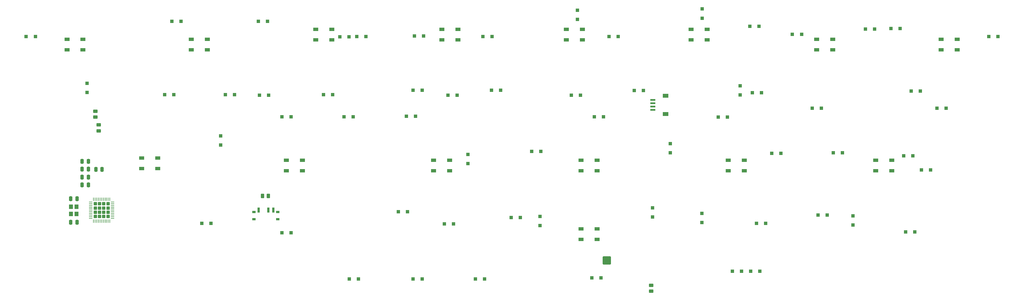
<source format=gbr>
%TF.GenerationSoftware,KiCad,Pcbnew,(6.0.7-1)-1*%
%TF.CreationDate,2022-10-07T20:49:55+02:00*%
%TF.ProjectId,hedgehog-lite,68656467-6568-46f6-972d-6c6974652e6b,rev?*%
%TF.SameCoordinates,Original*%
%TF.FileFunction,Paste,Top*%
%TF.FilePolarity,Positive*%
%FSLAX46Y46*%
G04 Gerber Fmt 4.6, Leading zero omitted, Abs format (unit mm)*
G04 Created by KiCad (PCBNEW (6.0.7-1)-1) date 2022-10-07 20:49:55*
%MOMM*%
%LPD*%
G01*
G04 APERTURE LIST*
G04 Aperture macros list*
%AMRoundRect*
0 Rectangle with rounded corners*
0 $1 Rounding radius*
0 $2 $3 $4 $5 $6 $7 $8 $9 X,Y pos of 4 corners*
0 Add a 4 corners polygon primitive as box body*
4,1,4,$2,$3,$4,$5,$6,$7,$8,$9,$2,$3,0*
0 Add four circle primitives for the rounded corners*
1,1,$1+$1,$2,$3*
1,1,$1+$1,$4,$5*
1,1,$1+$1,$6,$7*
1,1,$1+$1,$8,$9*
0 Add four rect primitives between the rounded corners*
20,1,$1+$1,$2,$3,$4,$5,0*
20,1,$1+$1,$4,$5,$6,$7,0*
20,1,$1+$1,$6,$7,$8,$9,0*
20,1,$1+$1,$8,$9,$2,$3,0*%
G04 Aperture macros list end*
%ADD10R,1.100000X1.100000*%
%ADD11R,1.500000X1.000000*%
%ADD12RoundRect,0.250000X-0.250000X-0.475000X0.250000X-0.475000X0.250000X0.475000X-0.250000X0.475000X0*%
%ADD13R,1.550000X0.600000*%
%ADD14R,1.800000X1.200000*%
%ADD15RoundRect,0.250000X0.450000X-0.262500X0.450000X0.262500X-0.450000X0.262500X-0.450000X-0.262500X0*%
%ADD16RoundRect,0.254000X-1.016000X-1.016000X1.016000X-1.016000X1.016000X1.016000X-1.016000X1.016000X0*%
%ADD17RoundRect,0.250000X-0.262500X-0.450000X0.262500X-0.450000X0.262500X0.450000X-0.262500X0.450000X0*%
%ADD18RoundRect,0.250000X0.250000X0.475000X-0.250000X0.475000X-0.250000X-0.475000X0.250000X-0.475000X0*%
%ADD19RoundRect,0.250000X-0.275000X0.275000X-0.275000X-0.275000X0.275000X-0.275000X0.275000X0.275000X0*%
%ADD20RoundRect,0.062500X-0.062500X0.475000X-0.062500X-0.475000X0.062500X-0.475000X0.062500X0.475000X0*%
%ADD21RoundRect,0.062500X-0.475000X0.062500X-0.475000X-0.062500X0.475000X-0.062500X0.475000X0.062500X0*%
%ADD22R,1.000000X0.800000*%
%ADD23R,0.700000X1.500000*%
%ADD24R,1.200000X1.400000*%
G04 APERTURE END LIST*
D10*
%TO.C,D5*%
X-196750000Y-14562500D03*
X-199550000Y-14562500D03*
%TD*%
%TO.C,D88*%
X-297750000Y-14562500D03*
X-300550000Y-14562500D03*
%TD*%
%TO.C,D11*%
X-57686000Y-36514500D03*
X-60486000Y-36514500D03*
%TD*%
%TO.C,D31*%
X-58682600Y-69217000D03*
X-55882600Y-69217000D03*
%TD*%
%TO.C,D60*%
X-27460000Y-31244000D03*
X-30260000Y-31244000D03*
%TD*%
%TO.C,D41*%
X-76485000Y-86385000D03*
X-79285000Y-86385000D03*
%TD*%
%TO.C,D3*%
X-119750000Y-14562500D03*
X-122550000Y-14562500D03*
%TD*%
%TO.C,D2*%
X-79536000Y-11457400D03*
X-76736000Y-11457400D03*
%TD*%
D11*
%TO.C,DL14*%
X-245200000Y-15462500D03*
X-245200000Y-18662500D03*
X-250100000Y-18662500D03*
X-250100000Y-15462500D03*
%TD*%
%TO.C,DL1*%
X-265269400Y-54967400D03*
X-265269400Y-51767400D03*
X-260369400Y-51767400D03*
X-260369400Y-54967400D03*
%TD*%
D10*
%TO.C,D53*%
X-149600000Y-70000000D03*
X-152400000Y-70000000D03*
%TD*%
%TO.C,D44*%
X-160559000Y-88798000D03*
X-163359000Y-88798000D03*
%TD*%
%TO.C,D54*%
X-186854000Y-68224000D03*
X-184054000Y-68224000D03*
%TD*%
%TO.C,D16*%
X-226469000Y-32514000D03*
X-229269000Y-32514000D03*
%TD*%
%TO.C,D14*%
X-168938000Y-32514000D03*
X-171738000Y-32514000D03*
%TD*%
%TO.C,D20*%
X-24285000Y-55437500D03*
X-27085000Y-55437500D03*
%TD*%
%TO.C,D30*%
X-29111000Y-74360500D03*
X-31911000Y-74360500D03*
%TD*%
D12*
%TO.C,C3*%
X-281550000Y-57587000D03*
X-283450000Y-57587000D03*
%TD*%
D10*
%TO.C,D4*%
X-158250000Y-14562500D03*
X-161050000Y-14562500D03*
%TD*%
D11*
%TO.C,DL3*%
X-176100000Y-55662500D03*
X-176100000Y-52462500D03*
X-171200000Y-52462500D03*
X-171200000Y-55662500D03*
%TD*%
D10*
%TO.C,D81*%
X-63731200Y-13895800D03*
X-66531200Y-13895800D03*
%TD*%
%TO.C,D10*%
X-19586000Y-36514500D03*
X-22386000Y-36514500D03*
%TD*%
%TO.C,D50*%
X-29750000Y-51062500D03*
X-32550000Y-51062500D03*
%TD*%
%TO.C,D35*%
X-219611000Y-74614500D03*
X-222411000Y-74614500D03*
%TD*%
%TO.C,D38*%
X-282000000Y-28900000D03*
X-282000000Y-31700000D03*
%TD*%
%TO.C,D40*%
X-48040000Y-69491000D03*
X-48040000Y-72291000D03*
%TD*%
%TO.C,D6*%
X-204732600Y-14657800D03*
X-201932600Y-14657800D03*
%TD*%
D13*
%TO.C,J1*%
X-109125000Y-34000000D03*
X-109125000Y-35000000D03*
X-109125000Y-36000000D03*
X-109125000Y-37000000D03*
D14*
X-105250000Y-38300000D03*
X-105250000Y-32700000D03*
%TD*%
D15*
%TO.C,R4*%
X-278415000Y-41634500D03*
X-278415000Y-43459500D03*
%TD*%
D10*
%TO.C,D25*%
X-200691000Y-39141000D03*
X-203491000Y-39141000D03*
%TD*%
%TO.C,D82*%
X-94061800Y-6171200D03*
X-94061800Y-8971200D03*
%TD*%
%TO.C,D8*%
X-256066000Y-9933400D03*
X-253266000Y-9933400D03*
%TD*%
D11*
%TO.C,DL15*%
X-283200000Y-15462500D03*
X-283200000Y-18662500D03*
X-288100000Y-18662500D03*
X-288100000Y-15462500D03*
%TD*%
D10*
%TO.C,D18*%
X-258225000Y-32387000D03*
X-255425000Y-32387000D03*
%TD*%
%TO.C,D34*%
X-170058600Y-71909400D03*
X-172858600Y-71909400D03*
%TD*%
D11*
%TO.C,DL12*%
X-168700000Y-12400000D03*
X-168700000Y-15600000D03*
X-173600000Y-15600000D03*
X-173600000Y-12400000D03*
%TD*%
%TO.C,DL2*%
X-221100000Y-55662500D03*
X-221100000Y-52462500D03*
X-216200000Y-52462500D03*
X-216200000Y-55662500D03*
%TD*%
D16*
%TO.C,K43*%
X-123252750Y-83060000D03*
%TD*%
D12*
%TO.C,C4*%
X-281550000Y-60000000D03*
X-283450000Y-60000000D03*
%TD*%
D10*
%TO.C,D83*%
X-132212600Y-6552200D03*
X-132212600Y-9352200D03*
%TD*%
%TO.C,D0*%
X-3750000Y-14562500D03*
X-6550000Y-14562500D03*
%TD*%
D11*
%TO.C,DL8*%
X-16200000Y-15462500D03*
X-16200000Y-18662500D03*
X-21100000Y-18662500D03*
X-21100000Y-15462500D03*
%TD*%
D10*
%TO.C,D17*%
X-236883000Y-32387000D03*
X-239683000Y-32387000D03*
%TD*%
D11*
%TO.C,DL13*%
X-207200000Y-12400000D03*
X-207200000Y-15600000D03*
X-212100000Y-15600000D03*
X-212100000Y-12400000D03*
%TD*%
D10*
%TO.C,D7*%
X-226853000Y-9931000D03*
X-229653000Y-9931000D03*
%TD*%
%TO.C,D84*%
X-181948800Y-14429200D03*
X-179148800Y-14429200D03*
%TD*%
D17*
%TO.C,R2*%
X-226578500Y-63398000D03*
X-228403500Y-63398000D03*
%TD*%
D10*
%TO.C,D15*%
X-206911000Y-32387000D03*
X-209711000Y-32387000D03*
%TD*%
%TO.C,D73*%
X-155600000Y-31000000D03*
X-158400000Y-31000000D03*
%TD*%
%TO.C,D26*%
X-219614000Y-39141000D03*
X-222414000Y-39141000D03*
%TD*%
%TO.C,D21*%
X-54009000Y-50167000D03*
X-51209000Y-50167000D03*
%TD*%
%TO.C,D63*%
X-146160200Y-49760600D03*
X-143360200Y-49760600D03*
%TD*%
D11*
%TO.C,DL7*%
X-41100000Y-55662500D03*
X-41100000Y-52462500D03*
X-36200000Y-52462500D03*
X-36200000Y-55662500D03*
%TD*%
D10*
%TO.C,D27*%
X-241127800Y-45007800D03*
X-241127800Y-47807800D03*
%TD*%
%TO.C,D72*%
X-112042000Y-31117000D03*
X-114842000Y-31117000D03*
%TD*%
%TO.C,D51*%
X-74707000Y-71780000D03*
X-77507000Y-71780000D03*
%TD*%
%TO.C,D1*%
X-41404600Y-12295600D03*
X-44204600Y-12295600D03*
%TD*%
D18*
%TO.C,C5*%
X-286950000Y-64200000D03*
X-285050000Y-64200000D03*
%TD*%
D11*
%TO.C,DL6*%
X-86100000Y-55662500D03*
X-86100000Y-52462500D03*
X-81200000Y-52462500D03*
X-81200000Y-55662500D03*
%TD*%
D10*
%TO.C,D22*%
X-89188000Y-39268000D03*
X-86388000Y-39268000D03*
%TD*%
%TO.C,D24*%
X-165650000Y-50662500D03*
X-165650000Y-53462500D03*
%TD*%
%TO.C,D33*%
X-143650000Y-69662500D03*
X-143650000Y-72462500D03*
%TD*%
D19*
%TO.C,U1*%
X-276850000Y-68366000D03*
X-278150000Y-65766000D03*
X-279450000Y-69666000D03*
X-278150000Y-69666000D03*
X-279450000Y-67066000D03*
X-275550000Y-68366000D03*
X-275550000Y-67066000D03*
X-279450000Y-65766000D03*
X-275550000Y-65766000D03*
X-275550000Y-69666000D03*
X-276850000Y-67066000D03*
X-276850000Y-65766000D03*
X-279450000Y-68366000D03*
X-278150000Y-67066000D03*
X-278150000Y-68366000D03*
X-276850000Y-69666000D03*
D20*
X-275000000Y-64378500D03*
X-275500000Y-64378500D03*
X-276000000Y-64378500D03*
X-276500000Y-64378500D03*
X-277000000Y-64378500D03*
X-277500000Y-64378500D03*
X-278000000Y-64378500D03*
X-278500000Y-64378500D03*
X-279000000Y-64378500D03*
X-279500000Y-64378500D03*
X-280000000Y-64378500D03*
D21*
X-280837500Y-65216000D03*
X-280837500Y-65716000D03*
X-280837500Y-66216000D03*
X-280837500Y-66716000D03*
X-280837500Y-67216000D03*
X-280837500Y-67716000D03*
X-280837500Y-68216000D03*
X-280837500Y-68716000D03*
X-280837500Y-69216000D03*
X-280837500Y-69716000D03*
X-280837500Y-70216000D03*
D20*
X-280000000Y-71053500D03*
X-279500000Y-71053500D03*
X-279000000Y-71053500D03*
X-278500000Y-71053500D03*
X-278000000Y-71053500D03*
X-277500000Y-71053500D03*
X-277000000Y-71053500D03*
X-276500000Y-71053500D03*
X-276000000Y-71053500D03*
X-275500000Y-71053500D03*
X-275000000Y-71053500D03*
D21*
X-274162500Y-70216000D03*
X-274162500Y-69716000D03*
X-274162500Y-69216000D03*
X-274162500Y-68716000D03*
X-274162500Y-68216000D03*
X-274162500Y-67716000D03*
X-274162500Y-67216000D03*
X-274162500Y-66716000D03*
X-274162500Y-66216000D03*
X-274162500Y-65716000D03*
X-274162500Y-65216000D03*
%TD*%
D11*
%TO.C,DL9*%
X-54200000Y-15462500D03*
X-54200000Y-18662500D03*
X-59100000Y-18662500D03*
X-59100000Y-15462500D03*
%TD*%
D12*
%TO.C,C2*%
X-281550000Y-55174000D03*
X-283450000Y-55174000D03*
%TD*%
D10*
%TO.C,D43*%
X-127799000Y-88417000D03*
X-124999000Y-88417000D03*
%TD*%
%TO.C,D13*%
X-131219000Y-32514000D03*
X-134019000Y-32514000D03*
%TD*%
D11*
%TO.C,DL4*%
X-131100000Y-76662500D03*
X-131100000Y-73462500D03*
X-126200000Y-73462500D03*
X-126200000Y-76662500D03*
%TD*%
D10*
%TO.C,D42*%
X-84873000Y-86385000D03*
X-82073000Y-86385000D03*
%TD*%
D18*
%TO.C,C7*%
X-279266400Y-55219200D03*
X-277366400Y-55219200D03*
%TD*%
D15*
%TO.C,R1*%
X-109635000Y-90679500D03*
X-109635000Y-92504500D03*
%TD*%
D10*
%TO.C,D46*%
X-201840000Y-88798000D03*
X-199040000Y-88798000D03*
%TD*%
D11*
%TO.C,DL11*%
X-130700000Y-12400000D03*
X-130700000Y-15600000D03*
X-135600000Y-15600000D03*
X-135600000Y-12400000D03*
%TD*%
%TO.C,DL5*%
X-131100000Y-55662500D03*
X-131100000Y-52462500D03*
X-126200000Y-52462500D03*
X-126200000Y-55662500D03*
%TD*%
D22*
%TO.C,SW2*%
X-223687000Y-70507500D03*
X-223687000Y-68307500D03*
X-230987000Y-70507500D03*
X-230987000Y-68307500D03*
D23*
X-225087000Y-67657500D03*
X-226587000Y-67657500D03*
X-229587000Y-67657500D03*
%TD*%
D11*
%TO.C,DL10*%
X-92550000Y-12400000D03*
X-92550000Y-15600000D03*
X-97450000Y-15600000D03*
X-97450000Y-12400000D03*
%TD*%
D10*
%TO.C,D74*%
X-182406000Y-30990000D03*
X-179606000Y-30990000D03*
%TD*%
%TO.C,D23*%
X-127037000Y-39141000D03*
X-124237000Y-39141000D03*
%TD*%
%TO.C,D64*%
X-184441000Y-39014000D03*
X-181641000Y-39014000D03*
%TD*%
D15*
%TO.C,R3*%
X-279431000Y-37443500D03*
X-279431000Y-39268500D03*
%TD*%
D10*
%TO.C,D71*%
X-75974000Y-31752000D03*
X-78774000Y-31752000D03*
%TD*%
%TO.C,D61*%
X-72808000Y-50294000D03*
X-70008000Y-50294000D03*
%TD*%
%TO.C,D45*%
X-179609000Y-88798000D03*
X-182409000Y-88798000D03*
%TD*%
D24*
%TO.C,Y1*%
X-286850000Y-68898000D03*
X-286850000Y-66698000D03*
X-285150000Y-66698000D03*
X-285150000Y-68898000D03*
%TD*%
D10*
%TO.C,D70*%
X-33657600Y-12168600D03*
X-36457600Y-12168600D03*
%TD*%
%TO.C,D52*%
X-109251000Y-66991500D03*
X-109251000Y-69791500D03*
%TD*%
%TO.C,D62*%
X-103793000Y-47393000D03*
X-103793000Y-50193000D03*
%TD*%
%TO.C,D36*%
X-244125000Y-71780000D03*
X-246925000Y-71780000D03*
%TD*%
%TO.C,D12*%
X-82500000Y-29700000D03*
X-82500000Y-32500000D03*
%TD*%
D12*
%TO.C,C1*%
X-281550000Y-52761000D03*
X-283450000Y-52761000D03*
%TD*%
D10*
%TO.C,D32*%
X-94141000Y-68729000D03*
X-94141000Y-71529000D03*
%TD*%
D12*
%TO.C,C6*%
X-285050000Y-71400000D03*
X-286950000Y-71400000D03*
%TD*%
M02*

</source>
